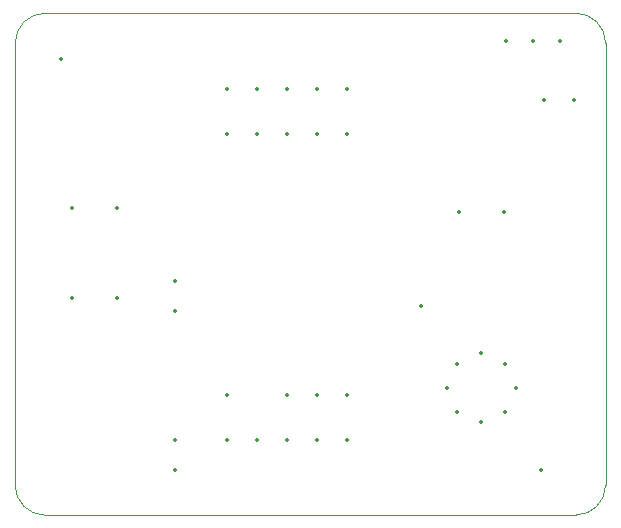
<source format=gm1>
%TF.GenerationSoftware,KiCad,Pcbnew,8.0.6*%
%TF.CreationDate,2024-11-21T00:19:28+01:00*%
%TF.ProjectId,3458A Ref A9 Clone,33343538-4120-4526-9566-20413920436c,rev?*%
%TF.SameCoordinates,Original*%
%TF.FileFunction,Profile,NP*%
%FSLAX46Y46*%
G04 Gerber Fmt 4.6, Leading zero omitted, Abs format (unit mm)*
G04 Created by KiCad (PCBNEW 8.0.6) date 2024-11-21 00:19:28*
%MOMM*%
%LPD*%
G01*
G04 APERTURE LIST*
%TA.AperFunction,Profile*%
%ADD10C,0.050000*%
%TD*%
%ADD11C,0.350000*%
G04 APERTURE END LIST*
D10*
X180170000Y-95330000D02*
X180170000Y-132750000D01*
X130170000Y-95330000D02*
G75*
G02*
X132710000Y-92790000I2540000J0D01*
G01*
X177630000Y-92790000D02*
G75*
G02*
X180170000Y-95330000I0J-2540000D01*
G01*
X130170000Y-132750000D02*
X130170000Y-95330000D01*
X132710000Y-135290000D02*
G75*
G02*
X130170000Y-132750000I0J2540000D01*
G01*
X132710000Y-92790000D02*
X177630000Y-92790000D01*
X180170000Y-132750000D02*
G75*
G02*
X177630000Y-135290000I-2540000J0D01*
G01*
X177630000Y-135290000D02*
X132710000Y-135290000D01*
D11*
X135001000Y-109270800D03*
X138811000Y-109270800D03*
X171577000Y-109601000D03*
X167767000Y-109601000D03*
X172543018Y-124519986D03*
X171687770Y-122455234D03*
X169623018Y-121599986D03*
X167558266Y-122455234D03*
X166703018Y-124519986D03*
X167558266Y-126584738D03*
X169623018Y-127439986D03*
X171687770Y-126584738D03*
X148080000Y-125130000D03*
X153160000Y-125130000D03*
X155700000Y-125130000D03*
X158240000Y-125130000D03*
X148080000Y-128940000D03*
X150620000Y-128940000D03*
X153160000Y-128940000D03*
X155700000Y-128940000D03*
X158240000Y-128940000D03*
X138811000Y-116890800D03*
X135001000Y-116890800D03*
X174713949Y-131466051D03*
X164563949Y-117576051D03*
X143713200Y-131445000D03*
X174955200Y-100177600D03*
X143715000Y-115443000D03*
X143715000Y-117983000D03*
X171715000Y-95122000D03*
X173994999Y-95122000D03*
X176275000Y-95122000D03*
X134073840Y-96696051D03*
X177495200Y-100177600D03*
X143713200Y-128905000D03*
X158250000Y-103020000D03*
X155710000Y-103020000D03*
X153170000Y-103020000D03*
X150630000Y-103020000D03*
X148090000Y-103020000D03*
X148090000Y-99210000D03*
X150630000Y-99210000D03*
X153170000Y-99210000D03*
X155710000Y-99210000D03*
X158250000Y-99210000D03*
M02*

</source>
